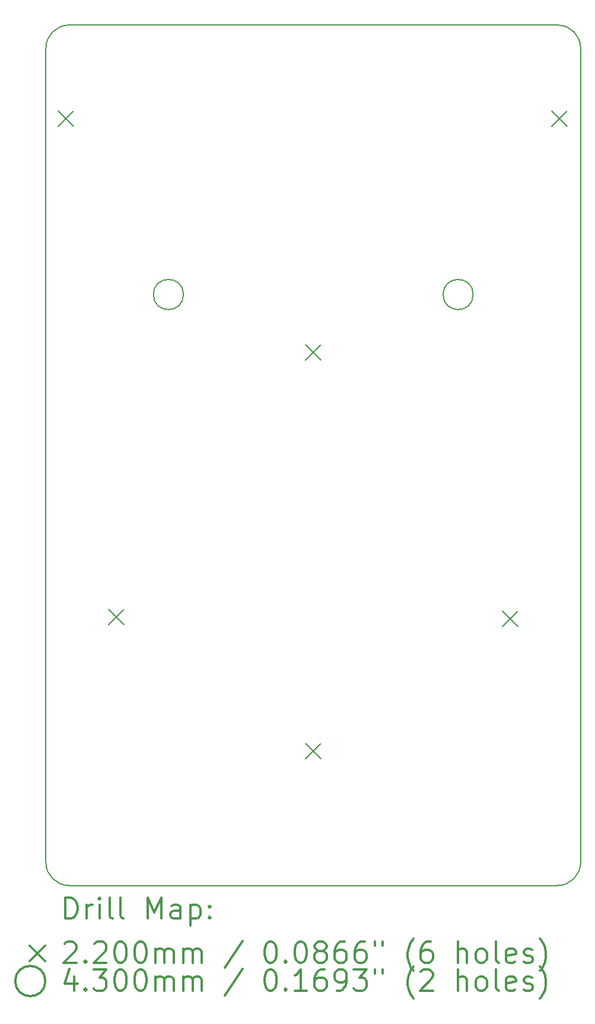
<source format=gbr>
%FSLAX45Y45*%
G04 Gerber Fmt 4.5, Leading zero omitted, Abs format (unit mm)*
G04 Created by KiCad (PCBNEW 5.1.10-88a1d61d58~90~ubuntu21.04.1) date 2021-08-17 12:33:04*
%MOMM*%
%LPD*%
G01*
G04 APERTURE LIST*
%TA.AperFunction,Profile*%
%ADD10C,0.150000*%
%TD*%
%ADD11C,0.200000*%
%ADD12C,0.300000*%
G04 APERTURE END LIST*
D10*
X10897754Y-13790174D02*
G75*
G02*
X10567042Y-13459461I0J330712D01*
G01*
X18199670Y-13459461D02*
G75*
G02*
X17868958Y-13790174I-330712J0D01*
G01*
X17868958Y-1510174D02*
G75*
G02*
X18199670Y-1840886I0J-330712D01*
G01*
X10567042Y-1840886D02*
G75*
G02*
X10897754Y-1510174I330712J0D01*
G01*
X10567042Y-13459461D02*
X10567042Y-1840886D01*
X10897754Y-1510174D02*
X17868958Y-1510174D01*
X18199670Y-1840886D02*
X18199670Y-13459461D01*
X17868958Y-13790174D02*
X10897754Y-13790174D01*
D11*
X10740303Y-2737577D02*
X10960303Y-2957577D01*
X10960303Y-2737577D02*
X10740303Y-2957577D01*
X11465254Y-9846669D02*
X11685254Y-10066669D01*
X11685254Y-9846669D02*
X11465254Y-10066669D01*
X14273356Y-6068426D02*
X14493356Y-6288426D01*
X14493356Y-6068426D02*
X14273356Y-6288426D01*
X14273356Y-11758667D02*
X14493356Y-11978667D01*
X14493356Y-11758667D02*
X14273356Y-11978667D01*
X17081458Y-9874169D02*
X17301458Y-10094169D01*
X17301458Y-9874169D02*
X17081458Y-10094169D01*
X17790113Y-2737577D02*
X18010113Y-2957577D01*
X18010113Y-2737577D02*
X17790113Y-2957577D01*
X12530876Y-5356144D02*
G75*
G03*
X12530876Y-5356144I-215000J0D01*
G01*
X16665835Y-5356144D02*
G75*
G03*
X16665835Y-5356144I-215000J0D01*
G01*
D12*
X10845971Y-14263388D02*
X10845971Y-13963388D01*
X10917399Y-13963388D01*
X10960256Y-13977674D01*
X10988828Y-14006245D01*
X11003113Y-14034817D01*
X11017399Y-14091959D01*
X11017399Y-14134817D01*
X11003113Y-14191959D01*
X10988828Y-14220531D01*
X10960256Y-14249102D01*
X10917399Y-14263388D01*
X10845971Y-14263388D01*
X11145971Y-14263388D02*
X11145971Y-14063388D01*
X11145971Y-14120531D02*
X11160256Y-14091959D01*
X11174542Y-14077674D01*
X11203113Y-14063388D01*
X11231685Y-14063388D01*
X11331685Y-14263388D02*
X11331685Y-14063388D01*
X11331685Y-13963388D02*
X11317399Y-13977674D01*
X11331685Y-13991959D01*
X11345970Y-13977674D01*
X11331685Y-13963388D01*
X11331685Y-13991959D01*
X11517399Y-14263388D02*
X11488828Y-14249102D01*
X11474542Y-14220531D01*
X11474542Y-13963388D01*
X11674542Y-14263388D02*
X11645970Y-14249102D01*
X11631685Y-14220531D01*
X11631685Y-13963388D01*
X12017399Y-14263388D02*
X12017399Y-13963388D01*
X12117399Y-14177674D01*
X12217399Y-13963388D01*
X12217399Y-14263388D01*
X12488828Y-14263388D02*
X12488828Y-14106245D01*
X12474542Y-14077674D01*
X12445970Y-14063388D01*
X12388828Y-14063388D01*
X12360256Y-14077674D01*
X12488828Y-14249102D02*
X12460256Y-14263388D01*
X12388828Y-14263388D01*
X12360256Y-14249102D01*
X12345970Y-14220531D01*
X12345970Y-14191959D01*
X12360256Y-14163388D01*
X12388828Y-14149102D01*
X12460256Y-14149102D01*
X12488828Y-14134817D01*
X12631685Y-14063388D02*
X12631685Y-14363388D01*
X12631685Y-14077674D02*
X12660256Y-14063388D01*
X12717399Y-14063388D01*
X12745970Y-14077674D01*
X12760256Y-14091959D01*
X12774542Y-14120531D01*
X12774542Y-14206245D01*
X12760256Y-14234817D01*
X12745970Y-14249102D01*
X12717399Y-14263388D01*
X12660256Y-14263388D01*
X12631685Y-14249102D01*
X12903113Y-14234817D02*
X12917399Y-14249102D01*
X12903113Y-14263388D01*
X12888828Y-14249102D01*
X12903113Y-14234817D01*
X12903113Y-14263388D01*
X12903113Y-14077674D02*
X12917399Y-14091959D01*
X12903113Y-14106245D01*
X12888828Y-14091959D01*
X12903113Y-14077674D01*
X12903113Y-14106245D01*
X10339542Y-14647674D02*
X10559542Y-14867674D01*
X10559542Y-14647674D02*
X10339542Y-14867674D01*
X10831685Y-14621959D02*
X10845971Y-14607674D01*
X10874542Y-14593388D01*
X10945971Y-14593388D01*
X10974542Y-14607674D01*
X10988828Y-14621959D01*
X11003113Y-14650531D01*
X11003113Y-14679102D01*
X10988828Y-14721959D01*
X10817399Y-14893388D01*
X11003113Y-14893388D01*
X11131685Y-14864817D02*
X11145971Y-14879102D01*
X11131685Y-14893388D01*
X11117399Y-14879102D01*
X11131685Y-14864817D01*
X11131685Y-14893388D01*
X11260256Y-14621959D02*
X11274542Y-14607674D01*
X11303113Y-14593388D01*
X11374542Y-14593388D01*
X11403113Y-14607674D01*
X11417399Y-14621959D01*
X11431685Y-14650531D01*
X11431685Y-14679102D01*
X11417399Y-14721959D01*
X11245970Y-14893388D01*
X11431685Y-14893388D01*
X11617399Y-14593388D02*
X11645970Y-14593388D01*
X11674542Y-14607674D01*
X11688828Y-14621959D01*
X11703113Y-14650531D01*
X11717399Y-14707674D01*
X11717399Y-14779102D01*
X11703113Y-14836245D01*
X11688828Y-14864817D01*
X11674542Y-14879102D01*
X11645970Y-14893388D01*
X11617399Y-14893388D01*
X11588828Y-14879102D01*
X11574542Y-14864817D01*
X11560256Y-14836245D01*
X11545970Y-14779102D01*
X11545970Y-14707674D01*
X11560256Y-14650531D01*
X11574542Y-14621959D01*
X11588828Y-14607674D01*
X11617399Y-14593388D01*
X11903113Y-14593388D02*
X11931685Y-14593388D01*
X11960256Y-14607674D01*
X11974542Y-14621959D01*
X11988828Y-14650531D01*
X12003113Y-14707674D01*
X12003113Y-14779102D01*
X11988828Y-14836245D01*
X11974542Y-14864817D01*
X11960256Y-14879102D01*
X11931685Y-14893388D01*
X11903113Y-14893388D01*
X11874542Y-14879102D01*
X11860256Y-14864817D01*
X11845970Y-14836245D01*
X11831685Y-14779102D01*
X11831685Y-14707674D01*
X11845970Y-14650531D01*
X11860256Y-14621959D01*
X11874542Y-14607674D01*
X11903113Y-14593388D01*
X12131685Y-14893388D02*
X12131685Y-14693388D01*
X12131685Y-14721959D02*
X12145970Y-14707674D01*
X12174542Y-14693388D01*
X12217399Y-14693388D01*
X12245970Y-14707674D01*
X12260256Y-14736245D01*
X12260256Y-14893388D01*
X12260256Y-14736245D02*
X12274542Y-14707674D01*
X12303113Y-14693388D01*
X12345970Y-14693388D01*
X12374542Y-14707674D01*
X12388828Y-14736245D01*
X12388828Y-14893388D01*
X12531685Y-14893388D02*
X12531685Y-14693388D01*
X12531685Y-14721959D02*
X12545970Y-14707674D01*
X12574542Y-14693388D01*
X12617399Y-14693388D01*
X12645970Y-14707674D01*
X12660256Y-14736245D01*
X12660256Y-14893388D01*
X12660256Y-14736245D02*
X12674542Y-14707674D01*
X12703113Y-14693388D01*
X12745970Y-14693388D01*
X12774542Y-14707674D01*
X12788828Y-14736245D01*
X12788828Y-14893388D01*
X13374542Y-14579102D02*
X13117399Y-14964817D01*
X13760256Y-14593388D02*
X13788828Y-14593388D01*
X13817399Y-14607674D01*
X13831685Y-14621959D01*
X13845970Y-14650531D01*
X13860256Y-14707674D01*
X13860256Y-14779102D01*
X13845970Y-14836245D01*
X13831685Y-14864817D01*
X13817399Y-14879102D01*
X13788828Y-14893388D01*
X13760256Y-14893388D01*
X13731685Y-14879102D01*
X13717399Y-14864817D01*
X13703113Y-14836245D01*
X13688828Y-14779102D01*
X13688828Y-14707674D01*
X13703113Y-14650531D01*
X13717399Y-14621959D01*
X13731685Y-14607674D01*
X13760256Y-14593388D01*
X13988828Y-14864817D02*
X14003113Y-14879102D01*
X13988828Y-14893388D01*
X13974542Y-14879102D01*
X13988828Y-14864817D01*
X13988828Y-14893388D01*
X14188828Y-14593388D02*
X14217399Y-14593388D01*
X14245970Y-14607674D01*
X14260256Y-14621959D01*
X14274542Y-14650531D01*
X14288828Y-14707674D01*
X14288828Y-14779102D01*
X14274542Y-14836245D01*
X14260256Y-14864817D01*
X14245970Y-14879102D01*
X14217399Y-14893388D01*
X14188828Y-14893388D01*
X14160256Y-14879102D01*
X14145970Y-14864817D01*
X14131685Y-14836245D01*
X14117399Y-14779102D01*
X14117399Y-14707674D01*
X14131685Y-14650531D01*
X14145970Y-14621959D01*
X14160256Y-14607674D01*
X14188828Y-14593388D01*
X14460256Y-14721959D02*
X14431685Y-14707674D01*
X14417399Y-14693388D01*
X14403113Y-14664817D01*
X14403113Y-14650531D01*
X14417399Y-14621959D01*
X14431685Y-14607674D01*
X14460256Y-14593388D01*
X14517399Y-14593388D01*
X14545970Y-14607674D01*
X14560256Y-14621959D01*
X14574542Y-14650531D01*
X14574542Y-14664817D01*
X14560256Y-14693388D01*
X14545970Y-14707674D01*
X14517399Y-14721959D01*
X14460256Y-14721959D01*
X14431685Y-14736245D01*
X14417399Y-14750531D01*
X14403113Y-14779102D01*
X14403113Y-14836245D01*
X14417399Y-14864817D01*
X14431685Y-14879102D01*
X14460256Y-14893388D01*
X14517399Y-14893388D01*
X14545970Y-14879102D01*
X14560256Y-14864817D01*
X14574542Y-14836245D01*
X14574542Y-14779102D01*
X14560256Y-14750531D01*
X14545970Y-14736245D01*
X14517399Y-14721959D01*
X14831685Y-14593388D02*
X14774542Y-14593388D01*
X14745970Y-14607674D01*
X14731685Y-14621959D01*
X14703113Y-14664817D01*
X14688828Y-14721959D01*
X14688828Y-14836245D01*
X14703113Y-14864817D01*
X14717399Y-14879102D01*
X14745970Y-14893388D01*
X14803113Y-14893388D01*
X14831685Y-14879102D01*
X14845970Y-14864817D01*
X14860256Y-14836245D01*
X14860256Y-14764817D01*
X14845970Y-14736245D01*
X14831685Y-14721959D01*
X14803113Y-14707674D01*
X14745970Y-14707674D01*
X14717399Y-14721959D01*
X14703113Y-14736245D01*
X14688828Y-14764817D01*
X15117399Y-14593388D02*
X15060256Y-14593388D01*
X15031685Y-14607674D01*
X15017399Y-14621959D01*
X14988828Y-14664817D01*
X14974542Y-14721959D01*
X14974542Y-14836245D01*
X14988828Y-14864817D01*
X15003113Y-14879102D01*
X15031685Y-14893388D01*
X15088828Y-14893388D01*
X15117399Y-14879102D01*
X15131685Y-14864817D01*
X15145970Y-14836245D01*
X15145970Y-14764817D01*
X15131685Y-14736245D01*
X15117399Y-14721959D01*
X15088828Y-14707674D01*
X15031685Y-14707674D01*
X15003113Y-14721959D01*
X14988828Y-14736245D01*
X14974542Y-14764817D01*
X15260256Y-14593388D02*
X15260256Y-14650531D01*
X15374542Y-14593388D02*
X15374542Y-14650531D01*
X15817399Y-15007674D02*
X15803113Y-14993388D01*
X15774542Y-14950531D01*
X15760256Y-14921959D01*
X15745970Y-14879102D01*
X15731685Y-14807674D01*
X15731685Y-14750531D01*
X15745970Y-14679102D01*
X15760256Y-14636245D01*
X15774542Y-14607674D01*
X15803113Y-14564817D01*
X15817399Y-14550531D01*
X16060256Y-14593388D02*
X16003113Y-14593388D01*
X15974542Y-14607674D01*
X15960256Y-14621959D01*
X15931685Y-14664817D01*
X15917399Y-14721959D01*
X15917399Y-14836245D01*
X15931685Y-14864817D01*
X15945970Y-14879102D01*
X15974542Y-14893388D01*
X16031685Y-14893388D01*
X16060256Y-14879102D01*
X16074542Y-14864817D01*
X16088828Y-14836245D01*
X16088828Y-14764817D01*
X16074542Y-14736245D01*
X16060256Y-14721959D01*
X16031685Y-14707674D01*
X15974542Y-14707674D01*
X15945970Y-14721959D01*
X15931685Y-14736245D01*
X15917399Y-14764817D01*
X16445970Y-14893388D02*
X16445970Y-14593388D01*
X16574542Y-14893388D02*
X16574542Y-14736245D01*
X16560256Y-14707674D01*
X16531685Y-14693388D01*
X16488828Y-14693388D01*
X16460256Y-14707674D01*
X16445970Y-14721959D01*
X16760256Y-14893388D02*
X16731685Y-14879102D01*
X16717399Y-14864817D01*
X16703113Y-14836245D01*
X16703113Y-14750531D01*
X16717399Y-14721959D01*
X16731685Y-14707674D01*
X16760256Y-14693388D01*
X16803113Y-14693388D01*
X16831685Y-14707674D01*
X16845971Y-14721959D01*
X16860256Y-14750531D01*
X16860256Y-14836245D01*
X16845971Y-14864817D01*
X16831685Y-14879102D01*
X16803113Y-14893388D01*
X16760256Y-14893388D01*
X17031685Y-14893388D02*
X17003113Y-14879102D01*
X16988828Y-14850531D01*
X16988828Y-14593388D01*
X17260256Y-14879102D02*
X17231685Y-14893388D01*
X17174542Y-14893388D01*
X17145971Y-14879102D01*
X17131685Y-14850531D01*
X17131685Y-14736245D01*
X17145971Y-14707674D01*
X17174542Y-14693388D01*
X17231685Y-14693388D01*
X17260256Y-14707674D01*
X17274542Y-14736245D01*
X17274542Y-14764817D01*
X17131685Y-14793388D01*
X17388828Y-14879102D02*
X17417399Y-14893388D01*
X17474542Y-14893388D01*
X17503113Y-14879102D01*
X17517399Y-14850531D01*
X17517399Y-14836245D01*
X17503113Y-14807674D01*
X17474542Y-14793388D01*
X17431685Y-14793388D01*
X17403113Y-14779102D01*
X17388828Y-14750531D01*
X17388828Y-14736245D01*
X17403113Y-14707674D01*
X17431685Y-14693388D01*
X17474542Y-14693388D01*
X17503113Y-14707674D01*
X17617399Y-15007674D02*
X17631685Y-14993388D01*
X17660256Y-14950531D01*
X17674542Y-14921959D01*
X17688828Y-14879102D01*
X17703113Y-14807674D01*
X17703113Y-14750531D01*
X17688828Y-14679102D01*
X17674542Y-14636245D01*
X17660256Y-14607674D01*
X17631685Y-14564817D01*
X17617399Y-14550531D01*
X10559542Y-15153674D02*
G75*
G03*
X10559542Y-15153674I-215000J0D01*
G01*
X10974542Y-15089388D02*
X10974542Y-15289388D01*
X10903113Y-14975102D02*
X10831685Y-15189388D01*
X11017399Y-15189388D01*
X11131685Y-15260817D02*
X11145971Y-15275102D01*
X11131685Y-15289388D01*
X11117399Y-15275102D01*
X11131685Y-15260817D01*
X11131685Y-15289388D01*
X11245970Y-14989388D02*
X11431685Y-14989388D01*
X11331685Y-15103674D01*
X11374542Y-15103674D01*
X11403113Y-15117959D01*
X11417399Y-15132245D01*
X11431685Y-15160817D01*
X11431685Y-15232245D01*
X11417399Y-15260817D01*
X11403113Y-15275102D01*
X11374542Y-15289388D01*
X11288828Y-15289388D01*
X11260256Y-15275102D01*
X11245970Y-15260817D01*
X11617399Y-14989388D02*
X11645970Y-14989388D01*
X11674542Y-15003674D01*
X11688828Y-15017959D01*
X11703113Y-15046531D01*
X11717399Y-15103674D01*
X11717399Y-15175102D01*
X11703113Y-15232245D01*
X11688828Y-15260817D01*
X11674542Y-15275102D01*
X11645970Y-15289388D01*
X11617399Y-15289388D01*
X11588828Y-15275102D01*
X11574542Y-15260817D01*
X11560256Y-15232245D01*
X11545970Y-15175102D01*
X11545970Y-15103674D01*
X11560256Y-15046531D01*
X11574542Y-15017959D01*
X11588828Y-15003674D01*
X11617399Y-14989388D01*
X11903113Y-14989388D02*
X11931685Y-14989388D01*
X11960256Y-15003674D01*
X11974542Y-15017959D01*
X11988828Y-15046531D01*
X12003113Y-15103674D01*
X12003113Y-15175102D01*
X11988828Y-15232245D01*
X11974542Y-15260817D01*
X11960256Y-15275102D01*
X11931685Y-15289388D01*
X11903113Y-15289388D01*
X11874542Y-15275102D01*
X11860256Y-15260817D01*
X11845970Y-15232245D01*
X11831685Y-15175102D01*
X11831685Y-15103674D01*
X11845970Y-15046531D01*
X11860256Y-15017959D01*
X11874542Y-15003674D01*
X11903113Y-14989388D01*
X12131685Y-15289388D02*
X12131685Y-15089388D01*
X12131685Y-15117959D02*
X12145970Y-15103674D01*
X12174542Y-15089388D01*
X12217399Y-15089388D01*
X12245970Y-15103674D01*
X12260256Y-15132245D01*
X12260256Y-15289388D01*
X12260256Y-15132245D02*
X12274542Y-15103674D01*
X12303113Y-15089388D01*
X12345970Y-15089388D01*
X12374542Y-15103674D01*
X12388828Y-15132245D01*
X12388828Y-15289388D01*
X12531685Y-15289388D02*
X12531685Y-15089388D01*
X12531685Y-15117959D02*
X12545970Y-15103674D01*
X12574542Y-15089388D01*
X12617399Y-15089388D01*
X12645970Y-15103674D01*
X12660256Y-15132245D01*
X12660256Y-15289388D01*
X12660256Y-15132245D02*
X12674542Y-15103674D01*
X12703113Y-15089388D01*
X12745970Y-15089388D01*
X12774542Y-15103674D01*
X12788828Y-15132245D01*
X12788828Y-15289388D01*
X13374542Y-14975102D02*
X13117399Y-15360817D01*
X13760256Y-14989388D02*
X13788828Y-14989388D01*
X13817399Y-15003674D01*
X13831685Y-15017959D01*
X13845970Y-15046531D01*
X13860256Y-15103674D01*
X13860256Y-15175102D01*
X13845970Y-15232245D01*
X13831685Y-15260817D01*
X13817399Y-15275102D01*
X13788828Y-15289388D01*
X13760256Y-15289388D01*
X13731685Y-15275102D01*
X13717399Y-15260817D01*
X13703113Y-15232245D01*
X13688828Y-15175102D01*
X13688828Y-15103674D01*
X13703113Y-15046531D01*
X13717399Y-15017959D01*
X13731685Y-15003674D01*
X13760256Y-14989388D01*
X13988828Y-15260817D02*
X14003113Y-15275102D01*
X13988828Y-15289388D01*
X13974542Y-15275102D01*
X13988828Y-15260817D01*
X13988828Y-15289388D01*
X14288828Y-15289388D02*
X14117399Y-15289388D01*
X14203113Y-15289388D02*
X14203113Y-14989388D01*
X14174542Y-15032245D01*
X14145970Y-15060817D01*
X14117399Y-15075102D01*
X14545970Y-14989388D02*
X14488828Y-14989388D01*
X14460256Y-15003674D01*
X14445970Y-15017959D01*
X14417399Y-15060817D01*
X14403113Y-15117959D01*
X14403113Y-15232245D01*
X14417399Y-15260817D01*
X14431685Y-15275102D01*
X14460256Y-15289388D01*
X14517399Y-15289388D01*
X14545970Y-15275102D01*
X14560256Y-15260817D01*
X14574542Y-15232245D01*
X14574542Y-15160817D01*
X14560256Y-15132245D01*
X14545970Y-15117959D01*
X14517399Y-15103674D01*
X14460256Y-15103674D01*
X14431685Y-15117959D01*
X14417399Y-15132245D01*
X14403113Y-15160817D01*
X14717399Y-15289388D02*
X14774542Y-15289388D01*
X14803113Y-15275102D01*
X14817399Y-15260817D01*
X14845970Y-15217959D01*
X14860256Y-15160817D01*
X14860256Y-15046531D01*
X14845970Y-15017959D01*
X14831685Y-15003674D01*
X14803113Y-14989388D01*
X14745970Y-14989388D01*
X14717399Y-15003674D01*
X14703113Y-15017959D01*
X14688828Y-15046531D01*
X14688828Y-15117959D01*
X14703113Y-15146531D01*
X14717399Y-15160817D01*
X14745970Y-15175102D01*
X14803113Y-15175102D01*
X14831685Y-15160817D01*
X14845970Y-15146531D01*
X14860256Y-15117959D01*
X14960256Y-14989388D02*
X15145970Y-14989388D01*
X15045970Y-15103674D01*
X15088828Y-15103674D01*
X15117399Y-15117959D01*
X15131685Y-15132245D01*
X15145970Y-15160817D01*
X15145970Y-15232245D01*
X15131685Y-15260817D01*
X15117399Y-15275102D01*
X15088828Y-15289388D01*
X15003113Y-15289388D01*
X14974542Y-15275102D01*
X14960256Y-15260817D01*
X15260256Y-14989388D02*
X15260256Y-15046531D01*
X15374542Y-14989388D02*
X15374542Y-15046531D01*
X15817399Y-15403674D02*
X15803113Y-15389388D01*
X15774542Y-15346531D01*
X15760256Y-15317959D01*
X15745970Y-15275102D01*
X15731685Y-15203674D01*
X15731685Y-15146531D01*
X15745970Y-15075102D01*
X15760256Y-15032245D01*
X15774542Y-15003674D01*
X15803113Y-14960817D01*
X15817399Y-14946531D01*
X15917399Y-15017959D02*
X15931685Y-15003674D01*
X15960256Y-14989388D01*
X16031685Y-14989388D01*
X16060256Y-15003674D01*
X16074542Y-15017959D01*
X16088828Y-15046531D01*
X16088828Y-15075102D01*
X16074542Y-15117959D01*
X15903113Y-15289388D01*
X16088828Y-15289388D01*
X16445970Y-15289388D02*
X16445970Y-14989388D01*
X16574542Y-15289388D02*
X16574542Y-15132245D01*
X16560256Y-15103674D01*
X16531685Y-15089388D01*
X16488828Y-15089388D01*
X16460256Y-15103674D01*
X16445970Y-15117959D01*
X16760256Y-15289388D02*
X16731685Y-15275102D01*
X16717399Y-15260817D01*
X16703113Y-15232245D01*
X16703113Y-15146531D01*
X16717399Y-15117959D01*
X16731685Y-15103674D01*
X16760256Y-15089388D01*
X16803113Y-15089388D01*
X16831685Y-15103674D01*
X16845971Y-15117959D01*
X16860256Y-15146531D01*
X16860256Y-15232245D01*
X16845971Y-15260817D01*
X16831685Y-15275102D01*
X16803113Y-15289388D01*
X16760256Y-15289388D01*
X17031685Y-15289388D02*
X17003113Y-15275102D01*
X16988828Y-15246531D01*
X16988828Y-14989388D01*
X17260256Y-15275102D02*
X17231685Y-15289388D01*
X17174542Y-15289388D01*
X17145971Y-15275102D01*
X17131685Y-15246531D01*
X17131685Y-15132245D01*
X17145971Y-15103674D01*
X17174542Y-15089388D01*
X17231685Y-15089388D01*
X17260256Y-15103674D01*
X17274542Y-15132245D01*
X17274542Y-15160817D01*
X17131685Y-15189388D01*
X17388828Y-15275102D02*
X17417399Y-15289388D01*
X17474542Y-15289388D01*
X17503113Y-15275102D01*
X17517399Y-15246531D01*
X17517399Y-15232245D01*
X17503113Y-15203674D01*
X17474542Y-15189388D01*
X17431685Y-15189388D01*
X17403113Y-15175102D01*
X17388828Y-15146531D01*
X17388828Y-15132245D01*
X17403113Y-15103674D01*
X17431685Y-15089388D01*
X17474542Y-15089388D01*
X17503113Y-15103674D01*
X17617399Y-15403674D02*
X17631685Y-15389388D01*
X17660256Y-15346531D01*
X17674542Y-15317959D01*
X17688828Y-15275102D01*
X17703113Y-15203674D01*
X17703113Y-15146531D01*
X17688828Y-15075102D01*
X17674542Y-15032245D01*
X17660256Y-15003674D01*
X17631685Y-14960817D01*
X17617399Y-14946531D01*
M02*

</source>
